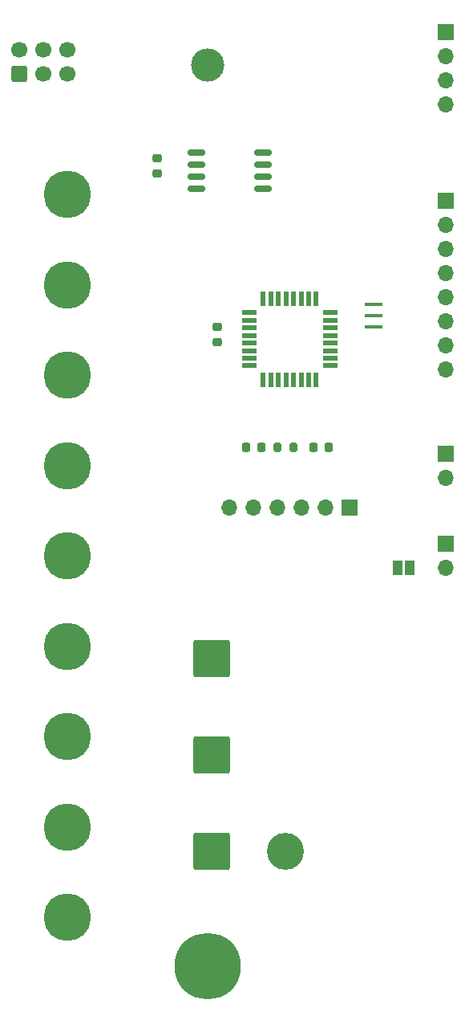
<source format=gts>
G04 #@! TF.GenerationSoftware,KiCad,Pcbnew,6.0.1-79c1e3a40b~116~ubuntu21.04.1*
G04 #@! TF.CreationDate,2022-02-15T15:37:09-05:00*
G04 #@! TF.ProjectId,oven,6f76656e-2e6b-4696-9361-645f70636258,1.0*
G04 #@! TF.SameCoordinates,Original*
G04 #@! TF.FileFunction,Soldermask,Top*
G04 #@! TF.FilePolarity,Negative*
%FSLAX46Y46*%
G04 Gerber Fmt 4.6, Leading zero omitted, Abs format (unit mm)*
G04 Created by KiCad (PCBNEW 6.0.1-79c1e3a40b~116~ubuntu21.04.1) date 2022-02-15 15:37:09*
%MOMM*%
%LPD*%
G01*
G04 APERTURE LIST*
G04 Aperture macros list*
%AMRoundRect*
0 Rectangle with rounded corners*
0 $1 Rounding radius*
0 $2 $3 $4 $5 $6 $7 $8 $9 X,Y pos of 4 corners*
0 Add a 4 corners polygon primitive as box body*
4,1,4,$2,$3,$4,$5,$6,$7,$8,$9,$2,$3,0*
0 Add four circle primitives for the rounded corners*
1,1,$1+$1,$2,$3*
1,1,$1+$1,$4,$5*
1,1,$1+$1,$6,$7*
1,1,$1+$1,$8,$9*
0 Add four rect primitives between the rounded corners*
20,1,$1+$1,$2,$3,$4,$5,0*
20,1,$1+$1,$4,$5,$6,$7,0*
20,1,$1+$1,$6,$7,$8,$9,0*
20,1,$1+$1,$8,$9,$2,$3,0*%
G04 Aperture macros list end*
%ADD10O,1.700000X1.700000*%
%ADD11R,1.700000X1.700000*%
%ADD12R,1.900000X0.400000*%
%ADD13RoundRect,0.150000X-0.800000X-0.150000X0.800000X-0.150000X0.800000X0.150000X-0.800000X0.150000X0*%
%ADD14RoundRect,0.200000X-0.200000X-0.275000X0.200000X-0.275000X0.200000X0.275000X-0.200000X0.275000X0*%
%ADD15R,1.000000X1.500000*%
%ADD16C,1.700000*%
%ADD17RoundRect,0.250000X0.600000X-0.600000X0.600000X0.600000X-0.600000X0.600000X-0.600000X-0.600000X0*%
%ADD18C,3.900000*%
%ADD19RoundRect,0.250002X-1.699998X-1.699998X1.699998X-1.699998X1.699998X1.699998X-1.699998X1.699998X0*%
%ADD20RoundRect,0.250002X1.699998X-1.699998X1.699998X1.699998X-1.699998X1.699998X-1.699998X-1.699998X0*%
%ADD21RoundRect,0.225000X0.250000X-0.225000X0.250000X0.225000X-0.250000X0.225000X-0.250000X-0.225000X0*%
%ADD22RoundRect,0.225000X-0.225000X-0.250000X0.225000X-0.250000X0.225000X0.250000X-0.225000X0.250000X0*%
%ADD23RoundRect,0.225000X0.225000X0.250000X-0.225000X0.250000X-0.225000X-0.250000X0.225000X-0.250000X0*%
%ADD24RoundRect,0.225000X-0.250000X0.225000X-0.250000X-0.225000X0.250000X-0.225000X0.250000X0.225000X0*%
%ADD25C,3.500000*%
%ADD26C,0.800000*%
%ADD27C,7.000000*%
%ADD28C,5.000000*%
%ADD29R,0.550000X1.600000*%
%ADD30R,1.600000X0.550000*%
G04 APERTURE END LIST*
D10*
X104775000Y-106045000D03*
D11*
X104775000Y-103505000D03*
D10*
X104775000Y-115570000D03*
D11*
X104775000Y-113030000D03*
D10*
X104775000Y-94615000D03*
X104775000Y-92075000D03*
X104775000Y-89535000D03*
X104775000Y-86995000D03*
X104775000Y-84455000D03*
X104775000Y-81915000D03*
X104775000Y-79375000D03*
D11*
X104775000Y-76835000D03*
D12*
X97155000Y-90170000D03*
X97155000Y-88970000D03*
X97155000Y-87770000D03*
D13*
X85415000Y-71755000D03*
X85415000Y-73025000D03*
X85415000Y-74295000D03*
X85415000Y-75565000D03*
X78415000Y-75565000D03*
X78415000Y-74295000D03*
X78415000Y-73025000D03*
X78415000Y-71755000D03*
D14*
X88645000Y-102870000D03*
X86995000Y-102870000D03*
D15*
X100965000Y-115570000D03*
X99665000Y-115570000D03*
D10*
X81915000Y-109220000D03*
X84455000Y-109220000D03*
X86995000Y-109220000D03*
X89535000Y-109220000D03*
X92075000Y-109220000D03*
D11*
X94615000Y-109220000D03*
D16*
X64770000Y-60960000D03*
X62230000Y-60960000D03*
X59690000Y-60960000D03*
X64770000Y-63500000D03*
X62230000Y-63500000D03*
D17*
X59690000Y-63500000D03*
D10*
X104775000Y-66675000D03*
X104775000Y-64135000D03*
X104775000Y-61595000D03*
D11*
X104775000Y-59055000D03*
D18*
X87810000Y-145415000D03*
D19*
X80010000Y-145415000D03*
D20*
X80010000Y-125095000D03*
X80010000Y-135255000D03*
D21*
X80645000Y-90170000D03*
X80645000Y-91720000D03*
D22*
X85230000Y-102870000D03*
X83680000Y-102870000D03*
D23*
X90805000Y-102870000D03*
X92355000Y-102870000D03*
D24*
X74295000Y-73940000D03*
X74295000Y-72390000D03*
D25*
X79610000Y-62560000D03*
D26*
X81466155Y-155703845D03*
X79610000Y-154935000D03*
X77753845Y-155703845D03*
X76985000Y-157560000D03*
X77753845Y-159416155D03*
X79610000Y-160185000D03*
X81466155Y-159416155D03*
X82235000Y-157560000D03*
D27*
X79610000Y-157560000D03*
D28*
X64770000Y-152400000D03*
X64770000Y-142875000D03*
X64770000Y-133350000D03*
X64770000Y-123825000D03*
X64770000Y-114300000D03*
X64770000Y-104775000D03*
X64770000Y-95250000D03*
X64770000Y-85725000D03*
X64770000Y-76200000D03*
D29*
X91065000Y-95690000D03*
X90265000Y-95690000D03*
X89465000Y-95690000D03*
X88665000Y-95690000D03*
X87865000Y-95690000D03*
X87065000Y-95690000D03*
X86265000Y-95690000D03*
X85465000Y-95690000D03*
D30*
X84015000Y-94240000D03*
X84015000Y-93440000D03*
X84015000Y-92640000D03*
X84015000Y-91840000D03*
X84015000Y-91040000D03*
X84015000Y-90240000D03*
X84015000Y-89440000D03*
X84015000Y-88640000D03*
D29*
X85465000Y-87190000D03*
X86265000Y-87190000D03*
X87065000Y-87190000D03*
X87865000Y-87190000D03*
X88665000Y-87190000D03*
X89465000Y-87190000D03*
X90265000Y-87190000D03*
X91065000Y-87190000D03*
D30*
X92515000Y-88640000D03*
X92515000Y-89440000D03*
X92515000Y-90240000D03*
X92515000Y-91040000D03*
X92515000Y-91840000D03*
X92515000Y-92640000D03*
X92515000Y-93440000D03*
X92515000Y-94240000D03*
M02*

</source>
